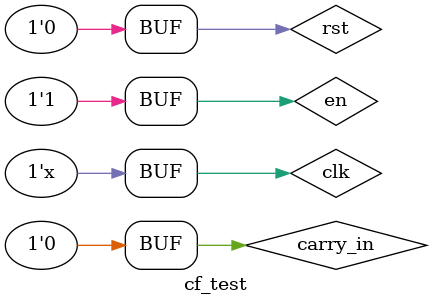
<source format=v>
`timescale 1ns / 1ps

module cf_test;
    reg carry_in = 1'b1;
    reg clk = 1'b0;
    reg rst = 1'b0;
    reg en = 1'b0;
    wire carry_out;
    
    cf u(
        .carry_in(carry_in),
        .clk(clk),
        .rst(rst),
        .en(en),
        .carry_out(carry_out)
    );
    
    always #10 clk = ~clk;
    
    initial begin
        #70 begin // test reset
            #10 rst = 1'b1;
            #10 rst = 1'b0;
            #10 if (carry_out == 1'b0) $display("Case 1: OK");
            else $display("Case 1: FAIL");
        end
        
        #50 begin // disabled test
            carry_in = 1'b1;
            #50 if (carry_out == 1'b0) $display("Case 2: OK");
            else $display("Case 2: FAIL");
        end
        
        #50 begin // enabled set 1 test
            en = 1'b1;
            carry_in = 1'b1;
            #50 if (carry_out == 1'b1) $display("Case 3: OK");
            else $display("Case 3: FAIL");
        end
        
        #50 begin // enabled set 0 test
            en = 1'b1;
            carry_in = 1'b0;
            #50 if (carry_out == 1'b0) $display("Case 4: OK");
            else $display("Case 4: FAIL");
        end
    end
   
endmodule

</source>
